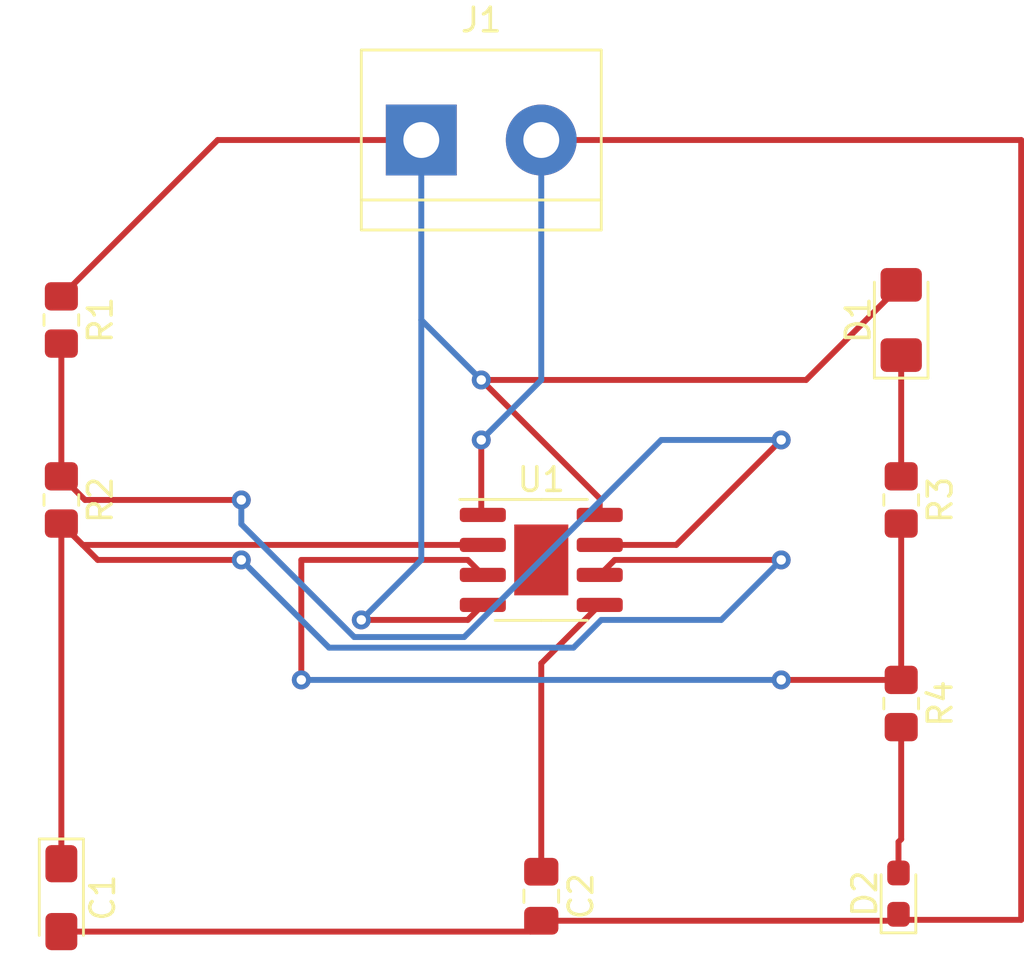
<source format=kicad_pcb>
(kicad_pcb (version 20211014) (generator pcbnew)
  (layers (0 "F.Cu" signal) (31 "B.Cu" signal) (34 "B.Paste" user) (35 "F.Paste" user) (36 "B.SilkS" user "B.Silkscreen") (37 "F.SilkS" user "F.Silkscreen") (38 "B.Mask" user) (39 "F.Mask" user) (44 "Edge.Cuts" user))
  (net 0 "")
  (net 1 "/pin_2")
  (net 2 "GND")
  (net 3 "Net-(C2-Pad1)")
  (net 4 "Net-(D1-Pad1)")
  (net 5 "+9V")
  (net 6 "Net-(D2-Pad2)")
  (net 7 "/pin_7")
  (net 8 "/pin_3")
  (footprint "Package_SO:SOIC-8-1EP_3.9x4.9mm_P1.27mm_EP2.29x3mm" (layer "F.Cu") (at 147.32 81.28)
    (fp_text reference "U1" (at 0 -3.4) (layer "F.SilkS"))
    (fp_text value "NE555D")
    (fp_line (start 0 2.56) (end -1.95 2.56) (layer "F.SilkS") (width 0.12))
    (fp_line (start 0 2.56) (end 1.95 2.56) (layer "F.SilkS") (width 0.12))
    (fp_line (start 0 -2.56) (end -3.45 -2.56) (layer "F.SilkS") (width 0.12))
    (fp_line (start 0 -2.56) (end 1.95 -2.56) (layer "F.SilkS") (width 0.12))
    (pad "1" smd roundrect (at -2.475 -1.905) (size 1.95 0.6) (layers "F.Cu" "F.Paste" "F.Mask") (net 2 "GND"))
    (pad "2" smd roundrect (at -2.475 -0.635) (size 1.95 0.6) (layers "F.Cu" "F.Paste" "F.Mask") (net 1 "/pin_2"))
    (pad "3" smd roundrect (at -2.475 0.635) (size 1.95 0.6) (layers "F.Cu" "F.Paste" "F.Mask") (net 8 "/pin_3"))
    (pad "4" smd roundrect (at -2.475 1.905) (size 1.95 0.6) (layers "F.Cu" "F.Paste" "F.Mask") (net 5 "+9V"))
    (pad "5" smd roundrect (at 2.475 1.905) (size 1.95 0.6) (layers "F.Cu" "F.Paste" "F.Mask") (net 3 "Net-(C2-Pad1)"))
    (pad "6" smd roundrect (at 2.475 0.635) (size 1.95 0.6) (layers "F.Cu" "F.Paste" "F.Mask") (net 1 "/pin_2"))
    (pad "7" smd roundrect (at 2.475 -0.635) (size 1.95 0.6) (layers "F.Cu" "F.Paste" "F.Mask") (net 7 "/pin_7"))
    (pad "8" smd roundrect (at 2.475 -1.905) (size 1.95 0.6) (layers "F.Cu" "F.Paste" "F.Mask") (net 5 "+9V"))
    (pad "9" smd rect (at 0 0) (size 2.29 3) (layers "F.Cu" "F.Mask"))
  )
  (footprint "LED_SMD:LED_0603_1608Metric_Pad1.05x0.95mm_HandSolder" (layer "F.Cu") (at 162.445 95.41 90)
    (fp_text reference "D2" (at 0 -1.43 90) (layer "F.SilkS"))
    (fp_text value "LED")
    (fp_line (start 0.8 -0.735) (end -1.66 -0.735) (layer "F.SilkS") (width 0.12))
    (fp_line (start -1.66 0.735) (end 0.8 0.735) (layer "F.SilkS") (width 0.12))
    (fp_line (start -1.66 -0.735) (end -1.66 0.735) (layer "F.SilkS") (width 0.12))
    (pad "1" smd roundrect (at -0.875 0 90) (size 1.05 0.95) (layers "F.Cu" "F.Paste" "F.Mask") (net 2 "GND"))
    (pad "2" smd roundrect (at 0.875 0 90) (size 1.05 0.95) (layers "F.Cu" "F.Paste" "F.Mask") (net 6 "Net-(D2-Pad2)"))
  )
  (footprint "Capacitor_SMD:C_0805_2012Metric_Pad1.18x1.45mm_HandSolder" (layer "F.Cu") (at 147.32 95.52 -90)
    (fp_text reference "C2" (at 0 -1.68 90) (layer "F.SilkS"))
    (fp_text value "0.01uF")
    (fp_line (start -0.261252 0.735) (end 0.261252 0.735) (layer "F.SilkS") (width 0.12))
    (fp_line (start -0.261252 -0.735) (end 0.261252 -0.735) (layer "F.SilkS") (width 0.12))
    (pad "1" smd roundrect (at -1.0375 0 270) (size 1.175 1.45) (layers "F.Cu" "F.Paste" "F.Mask") (roundrect_rratio 0.212766) (net 3 "Net-(C2-Pad1)"))
    (pad "2" smd roundrect (at 1.0375 0 270) (size 1.175 1.45) (layers "F.Cu" "F.Paste" "F.Mask") (roundrect_rratio 0.212766) (net 2 "GND"))
  )
  (footprint "Resistor_SMD:R_0805_2012Metric_Pad1.20x1.40mm_HandSolder" (layer "F.Cu") (at 162.56 87.36 -90)
    (fp_text reference "R4" (at 0 -1.65 90) (layer "F.SilkS"))
    (fp_text value "1k")
    (fp_line (start -0.227064 0.735) (end 0.227064 0.735) (layer "F.SilkS") (width 0.12))
    (fp_line (start -0.227064 -0.735) (end 0.227064 -0.735) (layer "F.SilkS") (width 0.12))
    (pad "1" smd roundrect (at -1 0 270) (size 1.2 1.4) (layers "F.Cu" "F.Paste" "F.Mask") (roundrect_rratio 0.208333) (net 8 "/pin_3"))
    (pad "2" smd roundrect (at 1 0 270) (size 1.2 1.4) (layers "F.Cu" "F.Paste" "F.Mask") (roundrect_rratio 0.208333) (net 6 "Net-(D2-Pad2)"))
  )
  (footprint "Resistor_SMD:R_0805_2012Metric_Pad1.20x1.40mm_HandSolder" (layer "F.Cu") (at 162.56 78.74 -90)
    (fp_text reference "R3" (at 0 -1.65 90) (layer "F.SilkS"))
    (fp_text value "1k")
    (fp_line (start -0.227064 0.735) (end 0.227064 0.735) (layer "F.SilkS") (width 0.12))
    (fp_line (start -0.227064 -0.735) (end 0.227064 -0.735) (layer "F.SilkS") (width 0.12))
    (pad "1" smd roundrect (at -1 0 270) (size 1.2 1.4) (layers "F.Cu" "F.Paste" "F.Mask") (roundrect_rratio 0.208333) (net 4 "Net-(D1-Pad1)"))
    (pad "2" smd roundrect (at 1 0 270) (size 1.2 1.4) (layers "F.Cu" "F.Paste" "F.Mask") (roundrect_rratio 0.208333) (net 8 "/pin_3"))
  )
  (footprint "TerminalBlock:TerminalBlock_bornier-2_P5.08mm" (layer "F.Cu") (at 142.24 63.5)
    (fp_text reference "J1" (at 2.54 -5.08) (layer "F.SilkS"))
    (fp_text value "Conn_01x02_Male")
    (fp_line (start -2.54 -3.81) (end -2.54 3.81) (layer "F.SilkS") (width 0.12))
    (fp_line (start 7.62 -3.81) (end -2.54 -3.81) (layer "F.SilkS") (width 0.12))
    (fp_line (start 7.62 3.81) (end 7.62 -3.81) (layer "F.SilkS") (width 0.12))
    (fp_line (start 7.62 2.54) (end -2.54 2.54) (layer "F.SilkS") (width 0.12))
    (fp_line (start -2.54 3.81) (end 7.62 3.81) (layer "F.SilkS") (width 0.12))
    (pad "1" thru_hole rect (at 0 0) (size 3 3) (drill 1.52) (layers *.Cu *.Mask) (net 5 "+9V"))
    (pad "2" thru_hole circle (at 5.08 0) (size 3 3) (drill 1.52) (layers *.Cu *.Mask) (net 2 "GND"))
  )
  (footprint "LED_SMD:LED_1206_3216Metric_Pad1.42x1.75mm_HandSolder" (layer "F.Cu") (at 162.56 71.12 90)
    (fp_text reference "D1" (at 0 -1.82 90) (layer "F.SilkS"))
    (fp_text value "LED")
    (fp_line (start 1.6 -1.135) (end -2.46 -1.135) (layer "F.SilkS") (width 0.12))
    (fp_line (start -2.46 -1.135) (end -2.46 1.135) (layer "F.SilkS") (width 0.12))
    (fp_line (start -2.46 1.135) (end 1.6 1.135) (layer "F.SilkS") (width 0.12))
    (pad "1" smd roundrect (at -1.4875 0 90) (size 1.425 1.75) (layers "F.Cu" "F.Paste" "F.Mask") (roundrect_rratio 0.175439) (net 4 "Net-(D1-Pad1)"))
    (pad "2" smd roundrect (at 1.4875 0 90) (size 1.425 1.75) (layers "F.Cu" "F.Paste" "F.Mask") (roundrect_rratio 0.175439) (net 5 "+9V"))
  )
  (footprint "Resistor_SMD:R_0805_2012Metric_Pad1.20x1.40mm_HandSolder" (layer "F.Cu") (at 127 78.74 -90)
    (fp_text reference "R2" (at 0 -1.65 90) (layer "F.SilkS"))
    (fp_text value "10k")
    (fp_line (start -0.227064 -0.735) (end 0.227064 -0.735) (layer "F.SilkS") (width 0.12))
    (fp_line (start -0.227064 0.735) (end 0.227064 0.735) (layer "F.SilkS") (width 0.12))
    (pad "1" smd roundrect (at -1 0 270) (size 1.2 1.4) (layers "F.Cu" "F.Paste" "F.Mask") (roundrect_rratio 0.208333) (net 7 "/pin_7"))
    (pad "2" smd roundrect (at 1 0 270) (size 1.2 1.4) (layers "F.Cu" "F.Paste" "F.Mask") (roundrect_rratio 0.208333) (net 1 "/pin_2"))
  )
  (footprint "Resistor_SMD:R_0805_2012Metric_Pad1.20x1.40mm_HandSolder" (layer "F.Cu") (at 127 71.12 -90)
    (fp_text reference "R1" (at 0 -1.65 90) (layer "F.SilkS"))
    (fp_text value "1k")
    (fp_line (start -0.227064 -0.735) (end 0.227064 -0.735) (layer "F.SilkS") (width 0.12))
    (fp_line (start -0.227064 0.735) (end 0.227064 0.735) (layer "F.SilkS") (width 0.12))
    (pad "1" smd roundrect (at -1 0 270) (size 1.2 1.4) (layers "F.Cu" "F.Paste" "F.Mask") (roundrect_rratio 0.208333) (net 5 "+9V"))
    (pad "2" smd roundrect (at 1 0 270) (size 1.2 1.4) (layers "F.Cu" "F.Paste" "F.Mask") (roundrect_rratio 0.208333) (net 7 "/pin_7"))
  )
  (footprint "Capacitor_Tantalum_SMD:CP_EIA-3216-18_Kemet-A_Pad1.58x1.35mm_HandSolder" (layer "F.Cu") (at 127 95.58 -90)
    (fp_text reference "C1" (at 0 -1.75 90) (layer "F.SilkS"))
    (fp_text value "10uF")
    (fp_line (start -2.485 0.935) (end 1.6 0.935) (layer "F.SilkS") (width 0.12))
    (fp_line (start 1.6 -0.935) (end -2.485 -0.935) (layer "F.SilkS") (width 0.12))
    (fp_line (start -2.485 -0.935) (end -2.485 0.935) (layer "F.SilkS") (width 0.12))
    (pad "1" smd roundrect (at -1.4375 0 270) (size 1.575 1.35) (layers "F.Cu" "F.Paste" "F.Mask") (roundrect_rratio 0.185185) (net 1 "/pin_2"))
    (pad "2" smd roundrect (at 1.4375 0 270) (size 1.575 1.35) (layers "F.Cu" "F.Paste" "F.Mask") (roundrect_rratio 0.185185) (net 2 "GND"))
  )
  (segment (start 127.905 80.645) (end 144.845 80.645) (width 0.25) (layer "F.Cu") (net 1))
  (segment (start 127 79.74) (end 127.905 80.645) (width 0.25) (layer "F.Cu") (net 1))
  (segment (start 128.54 81.28) (end 134.62 81.28) (width 0.25) (layer "F.Cu") (net 1))
  (segment (start 157.48 81.28) (end 150.43 81.28) (width 0.25) (layer "F.Cu") (net 1))
  (segment (start 127 79.74) (end 127 94.1425) (width 0.25) (layer "F.Cu") (net 1))
  (segment (start 127 79.74) (end 128.54 81.28) (width 0.25) (layer "F.Cu") (net 1))
  (segment (start 150.43 81.28) (end 149.795 81.915) (width 0.25) (layer "F.Cu") (net 1))
  (via (at 157.48 81.28) (size 0.8) (drill 0.4) (layers "F.Cu" "B.Cu") (net 1))
  (via (at 134.62 81.28) (size 0.8) (drill 0.4) (layers "F.Cu" "B.Cu") (net 1))
  (segment (start 149.86 83.82) (end 148.685 84.995) (width 0.25) (layer "B.Cu") (net 1))
  (segment (start 148.685 84.995) (end 138.335 84.995) (width 0.25) (layer "B.Cu") (net 1))
  (segment (start 138.335 84.995) (end 134.62 81.28) (width 0.25) (layer "B.Cu") (net 1))
  (segment (start 154.94 83.82) (end 149.86 83.82) (width 0.25) (layer "B.Cu") (net 1))
  (segment (start 157.48 81.28) (end 154.94 83.82) (width 0.25) (layer "B.Cu") (net 1))
  (segment (start 162.56 96.4) (end 162.445 96.285) (width 0.25) (layer "F.Cu") (net 2))
  (segment (start 144.78 79.31) (end 144.845 79.375) (width 0.25) (layer "F.Cu") (net 2))
  (segment (start 127 97.0175) (end 146.86 97.0175) (width 0.25) (layer "F.Cu") (net 2))
  (segment (start 144.78 76.2) (end 144.78 79.31) (width 0.25) (layer "F.Cu") (net 2))
  (segment (start 167.64 96.52) (end 162.56 96.52) (width 0.25) (layer "F.Cu") (net 2))
  (segment (start 147.32 96.5575) (end 162.5225 96.5575) (width 0.25) (layer "F.Cu") (net 2))
  (segment (start 162.5225 96.5575) (end 162.56 96.52) (width 0.25) (layer "F.Cu") (net 2))
  (segment (start 146.86 97.0175) (end 147.32 96.5575) (width 0.25) (layer "F.Cu") (net 2))
  (segment (start 162.56 96.52) (end 162.56 96.4) (width 0.25) (layer "F.Cu") (net 2))
  (segment (start 147.32 63.5) (end 167.64 63.5) (width 0.25) (layer "F.Cu") (net 2))
  (segment (start 167.64 63.5) (end 167.64 96.52) (width 0.25) (layer "F.Cu") (net 2))
  (via (at 144.78 76.2) (size 0.8) (drill 0.4) (layers "F.Cu" "B.Cu") (net 2))
  (segment (start 147.32 63.5) (end 147.32 73.66) (width 0.25) (layer "B.Cu") (net 2))
  (segment (start 147.32 73.66) (end 144.78 76.2) (width 0.25) (layer "B.Cu") (net 2))
  (segment (start 147.32 85.66) (end 149.795 83.185) (width 0.25) (layer "F.Cu") (net 3))
  (segment (start 147.32 94.4825) (end 147.32 85.66) (width 0.25) (layer "F.Cu") (net 3))
  (segment (start 162.56 77.74) (end 162.56 72.6075) (width 0.25) (layer "F.Cu") (net 4))
  (segment (start 144.78 73.66) (end 158.5325 73.66) (width 0.25) (layer "F.Cu") (net 5))
  (segment (start 144.78 73.66) (end 149.795 78.675) (width 0.25) (layer "F.Cu") (net 5))
  (segment (start 158.5325 73.66) (end 162.56 69.6325) (width 0.25) (layer "F.Cu") (net 5))
  (segment (start 149.795 78.675) (end 149.795 79.375) (width 0.25) (layer "F.Cu") (net 5))
  (segment (start 144.21 83.82) (end 144.845 83.185) (width 0.25) (layer "F.Cu") (net 5))
  (segment (start 139.7 83.82) (end 144.21 83.82) (width 0.25) (layer "F.Cu") (net 5))
  (segment (start 133.62 63.5) (end 127 70.12) (width 0.25) (layer "F.Cu") (net 5))
  (segment (start 142.24 63.5) (end 133.62 63.5) (width 0.25) (layer "F.Cu") (net 5))
  (via (at 139.7 83.82) (size 0.8) (drill 0.4) (layers "F.Cu" "B.Cu") (net 5))
  (via (at 144.78 73.66) (size 0.8) (drill 0.4) (layers "F.Cu" "B.Cu") (net 5))
  (segment (start 142.24 63.5) (end 142.24 71.12) (width 0.25) (layer "B.Cu") (net 5))
  (segment (start 142.24 71.12) (end 142.24 81.28) (width 0.25) (layer "B.Cu") (net 5))
  (segment (start 142.24 81.28) (end 139.7 83.82) (width 0.25) (layer "B.Cu") (net 5))
  (segment (start 142.24 71.12) (end 144.78 73.66) (width 0.25) (layer "B.Cu") (net 5))
  (segment (start 162.445 94.535) (end 162.445 93.22) (width 0.25) (layer "F.Cu") (net 6))
  (segment (start 162.56 93.105) (end 162.56 88.36) (width 0.25) (layer "F.Cu") (net 6))
  (segment (start 162.445 93.22) (end 162.56 93.105) (width 0.25) (layer "F.Cu") (net 6))
  (segment (start 153.035 80.645) (end 149.795 80.645) (width 0.25) (layer "F.Cu") (net 7))
  (segment (start 157.48 76.2) (end 153.035 80.645) (width 0.25) (layer "F.Cu") (net 7))
  (segment (start 127 77.74) (end 127 72.12) (width 0.25) (layer "F.Cu") (net 7))
  (segment (start 128 78.74) (end 134.62 78.74) (width 0.25) (layer "F.Cu") (net 7))
  (segment (start 127 77.74) (end 128 78.74) (width 0.25) (layer "F.Cu") (net 7))
  (via (at 134.62 78.74) (size 0.8) (drill 0.4) (layers "F.Cu" "B.Cu") (net 7))
  (via (at 157.48 76.2) (size 0.8) (drill 0.4) (layers "F.Cu" "B.Cu") (net 7))
  (segment (start 139.399695 84.545) (end 134.62 79.765305) (width 0.25) (layer "B.Cu") (net 7))
  (segment (start 144.055 84.545) (end 139.399695 84.545) (width 0.25) (layer "B.Cu") (net 7))
  (segment (start 157.48 76.2) (end 152.4 76.2) (width 0.25) (layer "B.Cu") (net 7))
  (segment (start 134.62 79.765305) (end 134.62 78.74) (width 0.25) (layer "B.Cu") (net 7))
  (segment (start 152.4 76.2) (end 144.055 84.545) (width 0.25) (layer "B.Cu") (net 7))
  (segment (start 137.16 86.36) (end 137.16 81.28) (width 0.25) (layer "F.Cu") (net 8))
  (segment (start 137.16 81.28) (end 144.21 81.28) (width 0.25) (layer "F.Cu") (net 8))
  (segment (start 162.56 86.36) (end 162.56 79.74) (width 0.25) (layer "F.Cu") (net 8))
  (segment (start 157.48 86.36) (end 162.56 86.36) (width 0.25) (layer "F.Cu") (net 8))
  (segment (start 144.21 81.28) (end 144.845 81.915) (width 0.25) (layer "F.Cu") (net 8))
  (via (at 157.48 86.36) (size 0.8) (drill 0.4) (layers "F.Cu" "B.Cu") (net 8))
  (via (at 137.16 86.36) (size 0.8) (drill 0.4) (layers "F.Cu" "B.Cu") (net 8))
  (segment (start 157.48 86.36) (end 137.16 86.36) (width 0.25) (layer "B.Cu") (net 8))
)
</source>
